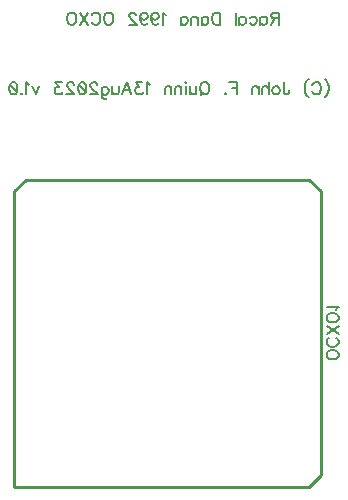
<source format=gbo>
G04 DipTrace 4.3.0.4*
G04 racal_dana_OCXO.GBO*
%MOIN*%
G04 #@! TF.FileFunction,Legend,Bot*
G04 #@! TF.Part,Single*
%ADD10C,0.009843*%
%ADD36C,0.006176*%
%FSLAX26Y26*%
G04*
G70*
G90*
G75*
G01*
G04 BotSilk*
%LPD*%
X529903Y935294D2*
D10*
X1514155Y935319D1*
X1553524Y974690D1*
X1553500Y1919572D1*
X1514129Y1958941D1*
X569247Y1958917D1*
X529878Y1919546D1*
X529903Y935294D1*
X1413518Y2496284D2*
D36*
X1396318D1*
X1390570Y2498229D1*
X1388625Y2500131D1*
X1386723Y2503933D1*
Y2507780D1*
X1388625Y2511582D1*
X1390570Y2513528D1*
X1396318Y2515429D1*
X1413518D1*
Y2475237D1*
X1400121Y2496284D2*
X1386723Y2475237D1*
X1351424Y2502032D2*
Y2475237D1*
Y2496284D2*
X1355227Y2500131D1*
X1359073Y2502032D1*
X1364777D1*
X1368624Y2500131D1*
X1372427Y2496284D1*
X1374372Y2490536D1*
Y2486733D1*
X1372427Y2480985D1*
X1368624Y2477183D1*
X1364777Y2475237D1*
X1359073D1*
X1355227Y2477183D1*
X1351424Y2480985D1*
X1316081Y2496284D2*
X1319927Y2500131D1*
X1323774Y2502032D1*
X1329478D1*
X1333325Y2500131D1*
X1337127Y2496284D1*
X1339073Y2490536D1*
Y2486733D1*
X1337127Y2480985D1*
X1333325Y2477183D1*
X1329478Y2475237D1*
X1323774D1*
X1319927Y2477183D1*
X1316081Y2480985D1*
X1280781Y2502032D2*
Y2475237D1*
Y2496284D2*
X1284584Y2500131D1*
X1288431Y2502032D1*
X1294134D1*
X1297981Y2500131D1*
X1301784Y2496284D1*
X1303729Y2490536D1*
Y2486733D1*
X1301784Y2480985D1*
X1297981Y2477183D1*
X1294134Y2475237D1*
X1288431D1*
X1284584Y2477183D1*
X1280781Y2480985D1*
X1268430Y2515429D2*
Y2475237D1*
X1217198Y2515429D2*
Y2475237D1*
X1203800D1*
X1198052Y2477183D1*
X1194206Y2480985D1*
X1192304Y2484832D1*
X1190403Y2490536D1*
Y2500131D1*
X1192304Y2505879D1*
X1194206Y2509681D1*
X1198052Y2513528D1*
X1203800Y2515429D1*
X1217198D1*
X1155104Y2502032D2*
Y2475237D1*
Y2496284D2*
X1158906Y2500131D1*
X1162753Y2502032D1*
X1168457D1*
X1172304Y2500131D1*
X1176106Y2496284D1*
X1178052Y2490536D1*
Y2486733D1*
X1176106Y2480985D1*
X1172304Y2477183D1*
X1168457Y2475237D1*
X1162753D1*
X1158906Y2477183D1*
X1155104Y2480985D1*
X1142752Y2502032D2*
Y2475237D1*
Y2494382D2*
X1137004Y2500131D1*
X1133158Y2502032D1*
X1127454D1*
X1123607Y2500131D1*
X1121706Y2494382D1*
Y2475237D1*
X1086406Y2502032D2*
Y2475237D1*
Y2496284D2*
X1090209Y2500131D1*
X1094056Y2502032D1*
X1099760D1*
X1103606Y2500131D1*
X1107409Y2496284D1*
X1109354Y2490536D1*
Y2486733D1*
X1107409Y2480985D1*
X1103606Y2477183D1*
X1099760Y2475237D1*
X1094056D1*
X1090209Y2477183D1*
X1086406Y2480985D1*
X1035174Y2507736D2*
X1031327Y2509681D1*
X1025579Y2515385D1*
Y2475237D1*
X988335Y2502032D2*
X990280Y2496284D1*
X994083Y2492437D1*
X999831Y2490536D1*
X1001732D1*
X1007480Y2492437D1*
X1011283Y2496284D1*
X1013228Y2502032D1*
Y2503933D1*
X1011283Y2509681D1*
X1007480Y2513484D1*
X1001732Y2515385D1*
X999831D1*
X994083Y2513484D1*
X990280Y2509681D1*
X988335Y2502032D1*
Y2492437D1*
X990280Y2482886D1*
X994083Y2477138D1*
X999831Y2475237D1*
X1003633D1*
X1009381Y2477138D1*
X1011283Y2480985D1*
X951090Y2502032D2*
X953035Y2496284D1*
X956838Y2492437D1*
X962586Y2490536D1*
X964487D1*
X970235Y2492437D1*
X974038Y2496284D1*
X975983Y2502032D1*
Y2503933D1*
X974038Y2509681D1*
X970235Y2513484D1*
X964487Y2515385D1*
X962586D1*
X956838Y2513484D1*
X953035Y2509681D1*
X951090Y2502032D1*
Y2492437D1*
X953035Y2482886D1*
X956838Y2477138D1*
X962586Y2475237D1*
X966388D1*
X972136Y2477138D1*
X974038Y2480985D1*
X936793Y2505834D2*
Y2507736D1*
X934892Y2511582D1*
X932990Y2513484D1*
X929144Y2515385D1*
X921494D1*
X917692Y2513484D1*
X915791Y2511582D1*
X913845Y2507736D1*
Y2503933D1*
X915791Y2500086D1*
X919593Y2494382D1*
X938738Y2475237D1*
X911944D1*
X849216Y2515429D2*
X853062Y2513528D1*
X856865Y2509681D1*
X858810Y2505879D1*
X860712Y2500131D1*
Y2490536D1*
X858810Y2484832D1*
X856865Y2480985D1*
X853062Y2477183D1*
X849216Y2475237D1*
X841566D1*
X837764Y2477183D1*
X833917Y2480985D1*
X832016Y2484832D1*
X830114Y2490536D1*
Y2500131D1*
X832016Y2505879D1*
X833917Y2509681D1*
X837764Y2513528D1*
X841566Y2515429D1*
X849216D1*
X789067Y2505879D2*
X790968Y2509681D1*
X794815Y2513528D1*
X798618Y2515429D1*
X806267D1*
X810114Y2513528D1*
X813916Y2509681D1*
X815862Y2505879D1*
X817763Y2500131D1*
Y2490536D1*
X815862Y2484832D1*
X813916Y2480985D1*
X810114Y2477183D1*
X806267Y2475237D1*
X798618D1*
X794815Y2477183D1*
X790968Y2480985D1*
X789067Y2484832D1*
X776716Y2515429D2*
X749921Y2475237D1*
Y2515429D2*
X776716Y2475237D1*
X726074Y2515429D2*
X729920Y2513528D1*
X733723Y2509681D1*
X735668Y2505879D1*
X737570Y2500131D1*
Y2490536D1*
X735668Y2484832D1*
X733723Y2480985D1*
X729920Y2477183D1*
X726074Y2475237D1*
X718424D1*
X714622Y2477183D1*
X710775Y2480985D1*
X708874Y2484832D1*
X706972Y2490536D1*
Y2500131D1*
X708874Y2505879D1*
X710775Y2509681D1*
X714622Y2513528D1*
X718424Y2515429D1*
X726074D1*
X1565647Y2293659D2*
X1569493Y2289856D1*
X1573296Y2284108D1*
X1577143Y2276459D1*
X1579044Y2266864D1*
Y2259215D1*
X1577143Y2249664D1*
X1573296Y2242015D1*
X1569493Y2236267D1*
X1565647Y2232464D1*
X1524599Y2273629D2*
X1526501Y2277432D1*
X1530347Y2281278D1*
X1534150Y2283180D1*
X1541799D1*
X1545646Y2281278D1*
X1549448Y2277432D1*
X1551394Y2273629D1*
X1553295Y2267881D1*
Y2258286D1*
X1551394Y2252583D1*
X1549448Y2248736D1*
X1545646Y2244933D1*
X1541799Y2242988D1*
X1534150D1*
X1530347Y2244933D1*
X1526501Y2248736D1*
X1524599Y2252583D1*
X1512248Y2293659D2*
X1508401Y2289856D1*
X1504599Y2284108D1*
X1500752Y2276459D1*
X1498851Y2266864D1*
Y2259215D1*
X1500752Y2249664D1*
X1504599Y2242015D1*
X1508401Y2236267D1*
X1512248Y2232464D1*
X1428473Y2283180D2*
Y2252583D1*
X1430374Y2246835D1*
X1432320Y2244933D1*
X1436122Y2242988D1*
X1439969D1*
X1443772Y2244933D1*
X1445673Y2246835D1*
X1447618Y2252583D1*
Y2256385D1*
X1406571Y2269782D2*
X1410374Y2267881D1*
X1414220Y2264034D1*
X1416122Y2258286D1*
Y2254484D1*
X1414220Y2248736D1*
X1410374Y2244933D1*
X1406571Y2242988D1*
X1400823D1*
X1396976Y2244933D1*
X1393174Y2248736D1*
X1391228Y2254484D1*
Y2258286D1*
X1393174Y2264034D1*
X1396976Y2267881D1*
X1400823Y2269782D1*
X1406571D1*
X1378877Y2283180D2*
Y2242988D1*
Y2262133D2*
X1373129Y2267881D1*
X1369282Y2269782D1*
X1363534D1*
X1359731Y2267881D1*
X1357830Y2262133D1*
Y2242988D1*
X1345479Y2269782D2*
Y2242988D1*
Y2262133D2*
X1339731Y2267881D1*
X1335884Y2269782D1*
X1330180D1*
X1326333Y2267881D1*
X1324432Y2262133D1*
Y2242988D1*
X1248307Y2283180D2*
X1273200D1*
Y2242988D1*
Y2264034D2*
X1257901D1*
X1234054Y2246835D2*
X1235955Y2244889D1*
X1234054Y2242988D1*
X1232108Y2244889D1*
X1234054Y2246835D1*
X1169380Y2283180D2*
X1173183Y2281323D1*
X1177029Y2277476D1*
X1178931Y2273629D1*
X1180876Y2267881D1*
Y2258331D1*
X1178931Y2252583D1*
X1177029Y2248780D1*
X1173183Y2244933D1*
X1169380Y2243032D1*
X1161731D1*
X1157884Y2244933D1*
X1154082Y2248780D1*
X1152180Y2252583D1*
X1150235Y2258331D1*
Y2267881D1*
X1152180Y2273629D1*
X1154082Y2277476D1*
X1157884Y2281323D1*
X1161731Y2283180D1*
X1169380D1*
X1163632Y2250681D2*
X1152180Y2239185D1*
X1137883Y2269782D2*
Y2250637D1*
X1135982Y2244933D1*
X1132135Y2242988D1*
X1126387D1*
X1122585Y2244933D1*
X1116837Y2250637D1*
Y2269782D2*
Y2242988D1*
X1104485Y2283180D2*
X1102584Y2281278D1*
X1100639Y2283180D1*
X1102584Y2285125D1*
X1104485Y2283180D1*
X1102584Y2269782D2*
Y2242988D1*
X1088287Y2269782D2*
Y2242988D1*
Y2262133D2*
X1082539Y2267881D1*
X1078692Y2269782D1*
X1072989D1*
X1069142Y2267881D1*
X1067241Y2262133D1*
Y2242988D1*
X1054889Y2269782D2*
Y2242988D1*
Y2262133D2*
X1049141Y2267881D1*
X1045294Y2269782D1*
X1039591D1*
X1035744Y2267881D1*
X1033843Y2262133D1*
Y2242988D1*
X982610Y2275486D2*
X978764Y2277432D1*
X973016Y2283136D1*
Y2242988D1*
X956817Y2283136D2*
X935815D1*
X947267Y2267837D1*
X941519D1*
X937716Y2265936D1*
X935815Y2264034D1*
X933870Y2258286D1*
Y2254484D1*
X935815Y2248736D1*
X939618Y2244889D1*
X945366Y2242988D1*
X951114D1*
X956817Y2244889D1*
X958719Y2246835D1*
X960664Y2250637D1*
X890877Y2242988D2*
X906220Y2283180D1*
X921518Y2242988D1*
X915770Y2256385D2*
X896625D1*
X878525Y2269782D2*
Y2250637D1*
X876624Y2244933D1*
X872777Y2242988D1*
X867029D1*
X863227Y2244933D1*
X857479Y2250637D1*
Y2269782D2*
Y2242988D1*
X822179Y2267881D2*
Y2237240D1*
X824081Y2231536D1*
X825982Y2229590D1*
X829829Y2227689D1*
X835577D1*
X839379Y2229590D1*
X822179Y2262133D2*
X825982Y2265936D1*
X829829Y2267881D1*
X835577D1*
X839379Y2265936D1*
X843226Y2262133D1*
X845127Y2256385D1*
Y2252538D1*
X843226Y2246835D1*
X839379Y2242988D1*
X835577Y2241086D1*
X829829D1*
X825982Y2242988D1*
X822179Y2246835D1*
X807882Y2273585D2*
Y2275486D1*
X805981Y2279333D1*
X804080Y2281234D1*
X800233Y2283136D1*
X792584D1*
X788781Y2281234D1*
X786880Y2279333D1*
X784935Y2275486D1*
Y2271684D1*
X786880Y2267837D1*
X790683Y2262133D1*
X809828Y2242988D1*
X783033D1*
X759186Y2283136D2*
X764934Y2281234D1*
X768781Y2275486D1*
X770682Y2265936D1*
Y2260188D1*
X768781Y2250637D1*
X764934Y2244889D1*
X759186Y2242988D1*
X755383D1*
X749635Y2244889D1*
X745833Y2250637D1*
X743887Y2260188D1*
Y2265936D1*
X745833Y2275486D1*
X749635Y2281234D1*
X755383Y2283136D1*
X759186D1*
X745833Y2275486D2*
X768781Y2250637D1*
X729590Y2273585D2*
Y2275486D1*
X727689Y2279333D1*
X725788Y2281234D1*
X721941Y2283136D1*
X714292D1*
X710489Y2281234D1*
X708588Y2279333D1*
X706642Y2275486D1*
Y2271684D1*
X708588Y2267837D1*
X712390Y2262133D1*
X731536Y2242988D1*
X704741D1*
X688543Y2283136D2*
X667541D1*
X678992Y2267837D1*
X673244D1*
X669442Y2265936D1*
X667541Y2264034D1*
X665595Y2258286D1*
Y2254484D1*
X667541Y2248736D1*
X671343Y2244889D1*
X677091Y2242988D1*
X682839D1*
X688543Y2244889D1*
X690444Y2246835D1*
X692390Y2250637D1*
X614363Y2269782D2*
X602867Y2242988D1*
X591415Y2269782D1*
X579064Y2275486D2*
X575217Y2277432D1*
X569469Y2283136D1*
Y2242988D1*
X555216Y2246835D2*
X557117Y2244889D1*
X555216Y2242988D1*
X553271Y2244889D1*
X555216Y2246835D1*
X529423Y2283136D2*
X535171Y2281234D1*
X539018Y2275486D1*
X540919Y2265936D1*
Y2260188D1*
X539018Y2250637D1*
X535171Y2244889D1*
X529423Y2242988D1*
X525621D1*
X519873Y2244889D1*
X516070Y2250637D1*
X514125Y2260188D1*
Y2265936D1*
X516070Y2275486D1*
X519873Y2281234D1*
X525621Y2283136D1*
X529423D1*
X516070Y2275486D2*
X539018Y2250637D1*
X1612092Y1370786D2*
X1610191Y1366939D1*
X1606344Y1363137D1*
X1602542Y1361191D1*
X1596794Y1359290D1*
X1587199Y1359289D1*
X1581495Y1361191D1*
X1577648Y1363136D1*
X1573846Y1366938D1*
X1571900Y1370785D1*
Y1378434D1*
X1573845Y1382237D1*
X1577648Y1386084D1*
X1581495Y1387985D1*
X1587198Y1389887D1*
X1596793D1*
X1602541Y1387986D1*
X1606344Y1386085D1*
X1610191Y1382238D1*
X1612092Y1378435D1*
Y1370786D1*
X1602540Y1430934D2*
X1606343Y1429033D1*
X1610190Y1425187D1*
X1612091Y1421384D1*
Y1413735D1*
X1610190Y1409888D1*
X1606343Y1406085D1*
X1602541Y1404140D1*
X1596793Y1402238D1*
X1587198D1*
X1581494Y1404139D1*
X1577647Y1406085D1*
X1573845Y1409887D1*
X1571899Y1413734D1*
Y1421383D1*
X1573844Y1425186D1*
X1577647Y1429032D1*
X1581493Y1430934D1*
X1612090Y1443286D2*
X1571898Y1470080D1*
X1612090Y1470081D2*
X1571898Y1443285D1*
X1612089Y1493928D2*
X1610188Y1490081D1*
X1606341Y1486279D1*
X1602539Y1484333D1*
X1596791Y1482432D1*
X1587196Y1482431D1*
X1581492Y1484333D1*
X1577645Y1486278D1*
X1573843Y1490080D1*
X1571897Y1493927D1*
Y1501576D1*
X1573842Y1505379D1*
X1577645Y1509226D1*
X1581491Y1511127D1*
X1587195Y1513029D1*
X1596790D1*
X1602538Y1511128D1*
X1606341Y1509227D1*
X1610188Y1505380D1*
X1612089Y1501577D1*
Y1493928D1*
X1604395Y1525380D2*
X1606340Y1529227D1*
X1612044Y1534975D1*
X1571896Y1534974D1*
M02*

</source>
